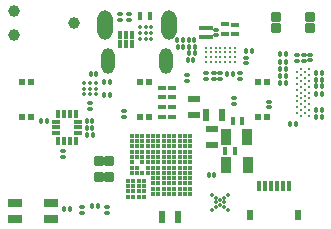
<source format=gbr>
%TF.GenerationSoftware,KiCad,Pcbnew,7.0.7*%
%TF.CreationDate,2023-11-24T16:48:55-08:00*%
%TF.ProjectId,beeper-design,62656570-6572-42d6-9465-7369676e2e6b,rev?*%
%TF.SameCoordinates,Original*%
%TF.FileFunction,Soldermask,Top*%
%TF.FilePolarity,Negative*%
%FSLAX46Y46*%
G04 Gerber Fmt 4.6, Leading zero omitted, Abs format (unit mm)*
G04 Created by KiCad (PCBNEW 7.0.7) date 2023-11-24 16:48:55*
%MOMM*%
%LPD*%
G01*
G04 APERTURE LIST*
G04 Aperture macros list*
%AMRoundRect*
0 Rectangle with rounded corners*
0 $1 Rounding radius*
0 $2 $3 $4 $5 $6 $7 $8 $9 X,Y pos of 4 corners*
0 Add a 4 corners polygon primitive as box body*
4,1,4,$2,$3,$4,$5,$6,$7,$8,$9,$2,$3,0*
0 Add four circle primitives for the rounded corners*
1,1,$1+$1,$2,$3*
1,1,$1+$1,$4,$5*
1,1,$1+$1,$6,$7*
1,1,$1+$1,$8,$9*
0 Add four rect primitives between the rounded corners*
20,1,$1+$1,$2,$3,$4,$5,0*
20,1,$1+$1,$4,$5,$6,$7,0*
20,1,$1+$1,$6,$7,$8,$9,0*
20,1,$1+$1,$8,$9,$2,$3,0*%
G04 Aperture macros list end*
%ADD10RoundRect,0.050000X-0.079155X0.165000X-0.079155X-0.165000X0.079155X-0.165000X0.079155X0.165000X0*%
%ADD11RoundRect,0.050000X0.079155X-0.165000X0.079155X0.165000X-0.079155X0.165000X-0.079155X-0.165000X0*%
%ADD12RoundRect,0.050000X-0.165000X-0.079155X0.165000X-0.079155X0.165000X0.079155X-0.165000X0.079155X0*%
%ADD13RoundRect,0.050800X-0.500000X-0.300000X0.500000X-0.300000X0.500000X0.300000X-0.500000X0.300000X0*%
%ADD14C,0.991000*%
%ADD15RoundRect,0.050000X-0.140139X0.300000X-0.140139X-0.300000X0.140139X-0.300000X0.140139X0.300000X0*%
%ADD16RoundRect,0.050000X0.206066X-0.475000X0.206066X0.475000X-0.206066X0.475000X-0.206066X-0.475000X0*%
%ADD17RoundRect,0.050000X0.140139X-0.300000X0.140139X0.300000X-0.140139X0.300000X-0.140139X-0.300000X0*%
%ADD18RoundRect,0.050000X-0.300000X-0.140139X0.300000X-0.140139X0.300000X0.140139X-0.300000X0.140139X0*%
%ADD19C,0.364500*%
%ADD20O,0.832000X1.562000*%
%ADD21O,1.302000X2.502000*%
%ADD22O,1.152000X2.202000*%
%ADD23RoundRect,0.050000X0.165000X0.079155X-0.165000X0.079155X-0.165000X-0.079155X0.165000X-0.079155X0*%
%ADD24C,0.260000*%
%ADD25RoundRect,0.051000X-0.150000X-0.400000X0.150000X-0.400000X0.150000X0.400000X-0.150000X0.400000X0*%
%ADD26RoundRect,0.051000X-0.200000X-0.400000X0.200000X-0.400000X0.200000X0.400000X-0.200000X0.400000X0*%
%ADD27RoundRect,0.051000X-0.350000X0.375000X-0.350000X-0.375000X0.350000X-0.375000X0.350000X0.375000X0*%
%ADD28RoundRect,0.050000X-0.206066X0.475000X-0.206066X-0.475000X0.206066X-0.475000X0.206066X0.475000X0*%
%ADD29RoundRect,0.051000X-0.150000X-0.260000X0.150000X-0.260000X0.150000X0.260000X-0.150000X0.260000X0*%
%ADD30RoundRect,0.050000X0.475000X0.206066X-0.475000X0.206066X-0.475000X-0.206066X0.475000X-0.206066X0*%
%ADD31RoundRect,0.050000X-0.475000X-0.206066X0.475000X-0.206066X0.475000X0.206066X-0.475000X0.206066X0*%
%ADD32C,0.352000*%
%ADD33C,0.340000*%
%ADD34RoundRect,0.051000X0.225000X-0.225000X0.225000X0.225000X-0.225000X0.225000X-0.225000X-0.225000X0*%
%ADD35RoundRect,0.050000X-0.355277X0.650000X-0.355277X-0.650000X0.355277X-0.650000X0.355277X0.650000X0*%
%ADD36C,0.314500*%
%ADD37RoundRect,0.051000X-0.140000X0.250000X-0.140000X-0.250000X0.140000X-0.250000X0.140000X0.250000X0*%
%ADD38RoundRect,0.051000X-0.250000X0.140000X-0.250000X-0.140000X0.250000X-0.140000X0.250000X0.140000X0*%
%ADD39RoundRect,0.050000X0.350000X0.350000X-0.350000X0.350000X-0.350000X-0.350000X0.350000X-0.350000X0*%
G04 APERTURE END LIST*
D10*
%TO.C,L3*%
X133822270Y-115779501D03*
X133350580Y-115779501D03*
%TD*%
D11*
%TO.C,L4*%
X131002379Y-115986940D03*
X131474069Y-115986940D03*
%TD*%
D12*
%TO.C,C49*%
X134611295Y-115866545D03*
X134611295Y-116338235D03*
%TD*%
D13*
%TO.C,U17*%
X129831496Y-115535195D03*
X126831496Y-116835195D03*
X126831496Y-115535195D03*
X129831496Y-116835195D03*
%TD*%
D12*
%TO.C,C50*%
X132480158Y-115865359D03*
X132480158Y-116337049D03*
%TD*%
D14*
%TO.C,J1*%
X131799807Y-100247428D03*
X126719807Y-99231428D03*
X126719807Y-101263428D03*
%TD*%
D15*
%TO.C,C12*%
X146086055Y-108605838D03*
X145266333Y-108605838D03*
%TD*%
D16*
%TO.C,L1*%
X143038108Y-108096660D03*
X144375976Y-108096660D03*
%TD*%
D10*
%TO.C,R1*%
X149772869Y-104185183D03*
X149301179Y-104185183D03*
%TD*%
D17*
%TO.C,L2*%
X144629334Y-111115818D03*
X145449056Y-111115818D03*
%TD*%
D18*
%TO.C,C11*%
X139267526Y-105763062D03*
X139267526Y-106582784D03*
%TD*%
D19*
%TO.C,U1*%
X141655165Y-114760086D03*
X141205165Y-114760086D03*
X140755165Y-114760086D03*
X140305165Y-114760086D03*
X139855165Y-114760086D03*
X139405165Y-114760086D03*
X138955165Y-114760086D03*
X138505165Y-114760086D03*
X137757665Y-114967586D03*
X137307665Y-114967586D03*
X136857665Y-114967586D03*
X136407665Y-114967586D03*
X141655165Y-114310086D03*
X141205165Y-114310086D03*
X140755165Y-114310086D03*
X140305165Y-114310086D03*
X139855165Y-114310086D03*
X139405165Y-114310086D03*
X138955165Y-114310086D03*
X138505165Y-114310086D03*
X137757665Y-114517586D03*
X137307665Y-114517586D03*
X136857665Y-114517586D03*
X136407665Y-114517586D03*
X141655165Y-113860086D03*
X141205165Y-113860086D03*
X140755165Y-113860086D03*
X140305165Y-113860086D03*
X139855165Y-113860086D03*
X139405165Y-113860086D03*
X138955165Y-113860086D03*
X138505165Y-113860086D03*
X137757665Y-114067586D03*
X137307665Y-114067586D03*
X136857665Y-114067586D03*
X136407665Y-114067586D03*
X141655165Y-113410086D03*
X141205165Y-113410086D03*
X140755165Y-113410086D03*
X140305165Y-113410086D03*
X139855165Y-113410086D03*
X139405165Y-113410086D03*
X138955165Y-113410086D03*
X138505165Y-113410086D03*
X137757665Y-113617586D03*
X137307665Y-113617586D03*
X136857665Y-113617586D03*
X136407665Y-113617586D03*
X141655165Y-112960086D03*
X141205165Y-112960086D03*
X140755165Y-112960086D03*
X140305165Y-112960086D03*
X139855165Y-112960086D03*
X139405165Y-112960086D03*
X138955165Y-112960086D03*
X138505165Y-112960086D03*
X138055165Y-112960086D03*
X137605165Y-112960086D03*
X137155165Y-112960086D03*
X136705165Y-112960086D03*
X141655165Y-112510086D03*
X141205165Y-112510086D03*
X140755165Y-112510086D03*
X140305165Y-112510086D03*
X139855165Y-112510086D03*
X139405165Y-112510086D03*
X138955165Y-112510086D03*
X138505165Y-112510086D03*
X138055165Y-112510086D03*
X137155165Y-112510086D03*
X136705165Y-112510086D03*
X141655165Y-112060086D03*
X141205165Y-112060086D03*
X140755165Y-112060086D03*
X140305165Y-112060086D03*
X139855165Y-112060086D03*
X139405165Y-112060086D03*
X138955165Y-112060086D03*
X138505165Y-112060086D03*
X138055165Y-112060086D03*
X137605165Y-112060086D03*
X136705165Y-112060086D03*
X141655165Y-111610086D03*
X141205165Y-111610086D03*
X140755165Y-111610086D03*
X140305165Y-111610086D03*
X139855165Y-111610086D03*
X139405165Y-111610086D03*
X138955165Y-111610086D03*
X138505165Y-111610086D03*
X138055165Y-111610086D03*
X137605165Y-111610086D03*
X137155165Y-111610086D03*
X136705165Y-111610086D03*
X141655165Y-111160086D03*
X141205165Y-111160086D03*
X140755165Y-111160086D03*
X140305165Y-111160086D03*
X139855165Y-111160086D03*
X139405165Y-111160086D03*
X138955165Y-111160086D03*
X138505165Y-111160086D03*
X138055165Y-111160086D03*
X137605165Y-111160086D03*
X137155165Y-111160086D03*
X136705165Y-111160086D03*
X141655165Y-110710086D03*
X141205165Y-110710086D03*
X140755165Y-110710086D03*
X140305165Y-110710086D03*
X139855165Y-110710086D03*
X139405165Y-110710086D03*
X138955165Y-110710086D03*
X138505165Y-110710086D03*
X138055165Y-110710086D03*
X137605165Y-110710086D03*
X137155165Y-110710086D03*
X136705165Y-110710086D03*
X141655165Y-110260086D03*
X141205165Y-110260086D03*
X140755165Y-110260086D03*
X140305165Y-110260086D03*
X139855165Y-110260086D03*
X139405165Y-110260086D03*
X138955165Y-110260086D03*
X138505165Y-110260086D03*
X138055165Y-110260086D03*
X137605165Y-110260086D03*
X137155165Y-110260086D03*
X136705165Y-110260086D03*
X141655165Y-109810086D03*
X141205165Y-109810086D03*
X140755165Y-109810086D03*
X140305165Y-109810086D03*
X139855165Y-109810086D03*
X139405165Y-109810086D03*
X138955165Y-109810086D03*
X138505165Y-109810086D03*
X138055165Y-109810086D03*
X137605165Y-109810086D03*
X137155165Y-109810086D03*
X136705165Y-109810086D03*
%TD*%
D20*
%TO.C,J6*%
X134719176Y-103485414D03*
X139569176Y-103485414D03*
D21*
X134419176Y-100455414D03*
X139869176Y-100455414D03*
D22*
X134719176Y-103485414D03*
X139569176Y-103485414D03*
%TD*%
D12*
%TO.C,R9*%
X136082463Y-107754278D03*
X136082463Y-108225968D03*
%TD*%
D11*
%TO.C,R10*%
X132919636Y-109757773D03*
X133391326Y-109757773D03*
%TD*%
D23*
%TO.C,C36*%
X135733934Y-100013321D03*
X135733934Y-99541631D03*
%TD*%
D24*
%TO.C,U4*%
X151694476Y-104165097D03*
X151694476Y-104665097D03*
X151694476Y-105165097D03*
X151694476Y-105665097D03*
X151694476Y-106165097D03*
X151694476Y-106665097D03*
X151694476Y-107165097D03*
X151694476Y-107665097D03*
X151694476Y-108165097D03*
X151354476Y-104415097D03*
X151354476Y-104915097D03*
X151354476Y-105415097D03*
X151354476Y-105915097D03*
X151354476Y-106415097D03*
X151354476Y-106915097D03*
X151354476Y-107415097D03*
X151354476Y-107915097D03*
X151014476Y-104165097D03*
X151014476Y-104665097D03*
X151014476Y-105165097D03*
X151014476Y-105665097D03*
X151014476Y-106165097D03*
X151014476Y-106665097D03*
X151014476Y-107165097D03*
X151014476Y-107665097D03*
X151014476Y-108165097D03*
X150674476Y-104415097D03*
X150674476Y-104915097D03*
X150674476Y-105415097D03*
X150674476Y-105915097D03*
X150674476Y-106415097D03*
X150674476Y-106915097D03*
X150674476Y-107415097D03*
X150674476Y-107915097D03*
%TD*%
D23*
%TO.C,R18*%
X136458667Y-100000503D03*
X136458667Y-99528813D03*
%TD*%
D25*
%TO.C,U5*%
X147500000Y-114050000D03*
X148000000Y-114050000D03*
X148500000Y-114050000D03*
X149000000Y-114050000D03*
X149500000Y-114050000D03*
X150000000Y-114050000D03*
D26*
X146750000Y-116550000D03*
X150750000Y-116550000D03*
%TD*%
D11*
%TO.C,R15*%
X132895736Y-109124322D03*
X133367426Y-109124322D03*
%TD*%
D27*
%TO.C,XTAL1*%
X133900526Y-113293541D03*
X134800526Y-113293541D03*
X134799526Y-111993541D03*
X133899526Y-111993541D03*
%TD*%
D28*
%TO.C,C3*%
X140615675Y-116728243D03*
X139277807Y-116728243D03*
%TD*%
D29*
%TO.C,U7*%
X135731335Y-102083204D03*
X136231335Y-102083204D03*
X136731335Y-102083204D03*
X135731335Y-101312204D03*
X136231335Y-101312204D03*
X136731335Y-101312204D03*
%TD*%
D30*
%TO.C,C2*%
X143482328Y-110623039D03*
X143482328Y-109285171D03*
%TD*%
D11*
%TO.C,R14*%
X132885907Y-108564533D03*
X133357597Y-108564533D03*
%TD*%
D31*
%TO.C,C1*%
X141980612Y-106692517D03*
X141980612Y-108030385D03*
%TD*%
D10*
%TO.C,R13*%
X149773589Y-104758607D03*
X149301899Y-104758607D03*
%TD*%
%TO.C,C13*%
X149773085Y-103616252D03*
X149301395Y-103616252D03*
%TD*%
%TO.C,R7*%
X142011000Y-101741826D03*
X141539310Y-101741826D03*
%TD*%
%TO.C,R5*%
X141938383Y-103393157D03*
X141466693Y-103393157D03*
%TD*%
%TO.C,R6*%
X142033885Y-102855393D03*
X141562195Y-102855393D03*
%TD*%
%TO.C,C38*%
X152798624Y-108258371D03*
X152326934Y-108258371D03*
%TD*%
D11*
%TO.C,C43*%
X129036360Y-108558222D03*
X129508050Y-108558222D03*
%TD*%
D10*
%TO.C,C37*%
X150598771Y-108800507D03*
X150127081Y-108800507D03*
%TD*%
D12*
%TO.C,C28*%
X148317470Y-106955361D03*
X148317470Y-107427051D03*
%TD*%
%TO.C,C29*%
X145396860Y-106661803D03*
X145396860Y-107133493D03*
%TD*%
%TO.C,R8*%
X142994403Y-104536963D03*
X142994403Y-105008653D03*
%TD*%
D32*
%TO.C,U2*%
X144862568Y-114868836D03*
X143462568Y-114868836D03*
X144512568Y-115068836D03*
X143812568Y-115068836D03*
X144162568Y-115268836D03*
X144512568Y-115468836D03*
X143812568Y-115468836D03*
X144162568Y-115668836D03*
X144512568Y-115868836D03*
X143812568Y-115868836D03*
X144862568Y-116068836D03*
X143462568Y-116068836D03*
%TD*%
D23*
%TO.C,C42*%
X130879624Y-111610111D03*
X130879624Y-111138421D03*
%TD*%
D10*
%TO.C,R12*%
X149743923Y-105340440D03*
X149272233Y-105340440D03*
%TD*%
D18*
%TO.C,C15*%
X142707818Y-100657514D03*
X142707818Y-101477236D03*
%TD*%
D12*
%TO.C,C18*%
X143848020Y-100843622D03*
X143848020Y-101315312D03*
%TD*%
D11*
%TO.C,C27*%
X149287407Y-102906783D03*
X149759097Y-102906783D03*
%TD*%
D10*
%TO.C,C48*%
X133707750Y-104627481D03*
X133236060Y-104627481D03*
%TD*%
D33*
%TO.C,U12*%
X133671887Y-106327878D03*
X133171887Y-106327878D03*
X132671887Y-106327878D03*
X133671887Y-105827878D03*
X133171887Y-105827878D03*
X132671887Y-105827878D03*
X133671887Y-105327878D03*
X133171887Y-105327878D03*
X132671887Y-105327878D03*
%TD*%
D23*
%TO.C,C47*%
X133173593Y-107560994D03*
X133173593Y-107089304D03*
%TD*%
D18*
%TO.C,C16*%
X143282230Y-100665474D03*
X143282230Y-101485196D03*
%TD*%
D34*
%TO.C,U16*%
X147420500Y-108250000D03*
X148179500Y-108250000D03*
X147420500Y-105250000D03*
X148179500Y-105250000D03*
%TD*%
D10*
%TO.C,C26*%
X152794138Y-105073923D03*
X152322448Y-105073923D03*
%TD*%
D34*
%TO.C,U15*%
X137420500Y-108250000D03*
X138179500Y-108250000D03*
X137420500Y-105250000D03*
X138179500Y-105250000D03*
%TD*%
D23*
%TO.C,C17*%
X143632345Y-105007247D03*
X143632345Y-104535557D03*
%TD*%
D10*
%TO.C,C20*%
X146881613Y-102632819D03*
X146409923Y-102632819D03*
%TD*%
D23*
%TO.C,C21*%
X145865063Y-105001054D03*
X145865063Y-104529364D03*
%TD*%
D11*
%TO.C,R16*%
X134383991Y-106366536D03*
X134855681Y-106366536D03*
%TD*%
D34*
%TO.C,U14*%
X127420500Y-108250000D03*
X128179500Y-108250000D03*
X127420500Y-105250000D03*
X128179500Y-105250000D03*
%TD*%
D10*
%TO.C,C19*%
X145257146Y-104569343D03*
X144785456Y-104569343D03*
%TD*%
D11*
%TO.C,R17*%
X134382770Y-105290821D03*
X134854460Y-105290821D03*
%TD*%
D10*
%TO.C,C32*%
X152823057Y-107601414D03*
X152351367Y-107601414D03*
%TD*%
D33*
%TO.C,U13*%
X137375918Y-101638799D03*
X137375918Y-101138817D03*
X137375918Y-100638799D03*
X137875918Y-101638799D03*
X137875918Y-101138817D03*
X137875918Y-100638799D03*
X138375918Y-101638799D03*
X138375918Y-101138817D03*
X138375918Y-100638799D03*
%TD*%
D10*
%TO.C,C30*%
X152798347Y-106288258D03*
X152326657Y-106288258D03*
%TD*%
D18*
%TO.C,C24*%
X144596628Y-100398900D03*
X144596628Y-101218622D03*
%TD*%
D10*
%TO.C,R4*%
X141053413Y-101729855D03*
X140581723Y-101729855D03*
%TD*%
%TO.C,C31*%
X152793076Y-105636181D03*
X152321386Y-105636181D03*
%TD*%
D18*
%TO.C,C9*%
X140083185Y-105756475D03*
X140083185Y-106576197D03*
%TD*%
D10*
%TO.C,R3*%
X141057909Y-102312925D03*
X140586219Y-102312925D03*
%TD*%
%TO.C,R2*%
X142027943Y-102310479D03*
X141556253Y-102310479D03*
%TD*%
D23*
%TO.C,C14*%
X144212235Y-105011705D03*
X144212235Y-104540015D03*
%TD*%
%TO.C,C10*%
X141387537Y-105157451D03*
X141387537Y-104685761D03*
%TD*%
D12*
%TO.C,C33*%
X151820672Y-102977006D03*
X151820672Y-103448696D03*
%TD*%
D23*
%TO.C,C22*%
X146425196Y-103684656D03*
X146425196Y-103212966D03*
%TD*%
D18*
%TO.C,C23*%
X145444713Y-100420977D03*
X145444713Y-101240699D03*
%TD*%
D12*
%TO.C,C34*%
X150673681Y-102997344D03*
X150673681Y-103469034D03*
%TD*%
D35*
%TO.C,C6*%
X146520367Y-112305619D03*
X144730923Y-112305619D03*
%TD*%
%TO.C,C4*%
X146502199Y-109902067D03*
X144712755Y-109902067D03*
%TD*%
D10*
%TO.C,C5*%
X143700668Y-113134169D03*
X143228978Y-113134169D03*
%TD*%
%TO.C,C39*%
X152776712Y-104485806D03*
X152305022Y-104485806D03*
%TD*%
D12*
%TO.C,C35*%
X151259428Y-102983946D03*
X151259428Y-103455636D03*
%TD*%
D18*
%TO.C,C7*%
X139268449Y-107404819D03*
X139268449Y-108224541D03*
%TD*%
D36*
%TO.C,U3*%
X145413236Y-102362187D03*
X145413236Y-102762187D03*
X145413236Y-103162187D03*
X145413236Y-103562187D03*
X145013236Y-102362187D03*
X145013236Y-102762187D03*
X145013236Y-103162187D03*
X145013236Y-103562187D03*
X144613236Y-102362187D03*
X144613236Y-102762187D03*
X144613236Y-103162187D03*
X144613236Y-103562187D03*
X144213236Y-102362187D03*
X144213236Y-102762187D03*
X144213236Y-103162187D03*
X144213236Y-103562187D03*
X143813236Y-102362187D03*
X143813236Y-102762187D03*
X143813236Y-103162187D03*
X143813236Y-103562187D03*
X143413236Y-102362187D03*
X143413236Y-102762187D03*
X143413236Y-103162187D03*
X143413236Y-103562187D03*
X143013236Y-102362187D03*
X143013236Y-102762187D03*
X143013236Y-103162187D03*
X143013236Y-103562187D03*
%TD*%
D37*
%TO.C,U9*%
X131955464Y-107946651D03*
X131454464Y-107946651D03*
X130955464Y-107946651D03*
X130454464Y-107946651D03*
D38*
X130279964Y-108621651D03*
X130279964Y-109121651D03*
X130279964Y-109621651D03*
D37*
X130454464Y-110296651D03*
X130955464Y-110296651D03*
X131454464Y-110296651D03*
X131955464Y-110296651D03*
D38*
X132129464Y-109621651D03*
X132129464Y-109121651D03*
X132129864Y-108621651D03*
%TD*%
D18*
%TO.C,C8*%
X140076947Y-107393838D03*
X140076947Y-108213560D03*
%TD*%
D39*
%TO.C,U6*%
X151821149Y-99730814D03*
X148921149Y-99730814D03*
X148921149Y-100680814D03*
X151821149Y-100680814D03*
%TD*%
D15*
%TO.C,C25*%
X138242579Y-99694231D03*
X137422857Y-99694231D03*
%TD*%
M02*

</source>
